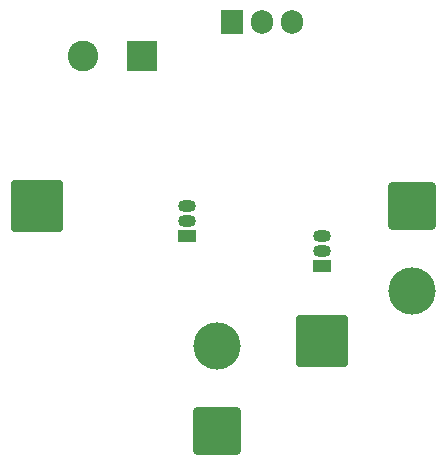
<source format=gbr>
%TF.GenerationSoftware,KiCad,Pcbnew,(6.0.7)*%
%TF.CreationDate,2022-09-29T22:29:57-04:00*%
%TF.ProjectId,fuzz_v1,66757a7a-5f76-4312-9e6b-696361645f70,rev?*%
%TF.SameCoordinates,Original*%
%TF.FileFunction,Copper,L2,Bot*%
%TF.FilePolarity,Positive*%
%FSLAX46Y46*%
G04 Gerber Fmt 4.6, Leading zero omitted, Abs format (unit mm)*
G04 Created by KiCad (PCBNEW (6.0.7)) date 2022-09-29 22:29:57*
%MOMM*%
%LPD*%
G01*
G04 APERTURE LIST*
G04 Aperture macros list*
%AMRoundRect*
0 Rectangle with rounded corners*
0 $1 Rounding radius*
0 $2 $3 $4 $5 $6 $7 $8 $9 X,Y pos of 4 corners*
0 Add a 4 corners polygon primitive as box body*
4,1,4,$2,$3,$4,$5,$6,$7,$8,$9,$2,$3,0*
0 Add four circle primitives for the rounded corners*
1,1,$1+$1,$2,$3*
1,1,$1+$1,$4,$5*
1,1,$1+$1,$6,$7*
1,1,$1+$1,$8,$9*
0 Add four rect primitives between the rounded corners*
20,1,$1+$1,$2,$3,$4,$5,0*
20,1,$1+$1,$4,$5,$6,$7,0*
20,1,$1+$1,$6,$7,$8,$9,0*
20,1,$1+$1,$8,$9,$2,$3,0*%
G04 Aperture macros list end*
%TA.AperFunction,ComponentPad*%
%ADD10R,1.500000X1.050000*%
%TD*%
%TA.AperFunction,ComponentPad*%
%ADD11O,1.500000X1.050000*%
%TD*%
%TA.AperFunction,ComponentPad*%
%ADD12RoundRect,0.250000X-1.750000X1.750000X-1.750000X-1.750000X1.750000X-1.750000X1.750000X1.750000X0*%
%TD*%
%TA.AperFunction,ComponentPad*%
%ADD13C,4.000000*%
%TD*%
%TA.AperFunction,ComponentPad*%
%ADD14R,1.905000X2.000000*%
%TD*%
%TA.AperFunction,ComponentPad*%
%ADD15O,1.905000X2.000000*%
%TD*%
%TA.AperFunction,ComponentPad*%
%ADD16RoundRect,0.249999X-1.950001X-1.950001X1.950001X-1.950001X1.950001X1.950001X-1.950001X1.950001X0*%
%TD*%
%TA.AperFunction,ComponentPad*%
%ADD17RoundRect,0.250000X1.750000X-1.750000X1.750000X1.750000X-1.750000X1.750000X-1.750000X-1.750000X0*%
%TD*%
%TA.AperFunction,ComponentPad*%
%ADD18R,2.600000X2.600000*%
%TD*%
%TA.AperFunction,ComponentPad*%
%ADD19C,2.600000*%
%TD*%
G04 APERTURE END LIST*
D10*
%TO.P,Q1,1,E*%
%TO.N,GND*%
X129540000Y-55880000D03*
D11*
%TO.P,Q1,2,B*%
%TO.N,Net-(C2-Pad1)*%
X129540000Y-54610000D03*
%TO.P,Q1,3,C*%
%TO.N,Net-(Q1-Pad3)*%
X129540000Y-53340000D03*
%TD*%
D10*
%TO.P,Q2,1,E*%
%TO.N,Net-(J5-Pad2)*%
X140970000Y-58420000D03*
D11*
%TO.P,Q2,2,B*%
%TO.N,Net-(Q1-Pad3)*%
X140970000Y-57150000D03*
%TO.P,Q2,3,C*%
%TO.N,Net-(Q2-Pad3)*%
X140970000Y-55880000D03*
%TD*%
D12*
%TO.P,J4,1,Pin_1*%
%TO.N,/VOL*%
X148590000Y-53340000D03*
D13*
%TO.P,J4,2,Pin_2*%
%TO.N,GND*%
X148590000Y-60540000D03*
%TD*%
D14*
%TO.P,U1,1,IN*%
%TO.N,+12V*%
X133350000Y-37775000D03*
D15*
%TO.P,U1,2,GND*%
%TO.N,GND*%
X135890000Y-37775000D03*
%TO.P,U1,3,OUT*%
%TO.N,/9V_CLEAN*%
X138430000Y-37775000D03*
%TD*%
D16*
%TO.P,J6,1,Pin_1*%
%TO.N,/FUZZ*%
X140970000Y-64770000D03*
%TD*%
D17*
%TO.P,J5,1,Pin_1*%
%TO.N,GND*%
X132080000Y-72390000D03*
D13*
%TO.P,J5,2,Pin_2*%
%TO.N,Net-(J5-Pad2)*%
X132080000Y-65190000D03*
%TD*%
D18*
%TO.P,J1,1,Pin_1*%
%TO.N,+12V*%
X125730000Y-40640000D03*
D19*
%TO.P,J1,2,Pin_2*%
%TO.N,GND*%
X120730000Y-40640000D03*
%TD*%
D16*
%TO.P,J2,1,Pin_1*%
%TO.N,/guitar_in*%
X116840000Y-53340000D03*
%TD*%
M02*

</source>
